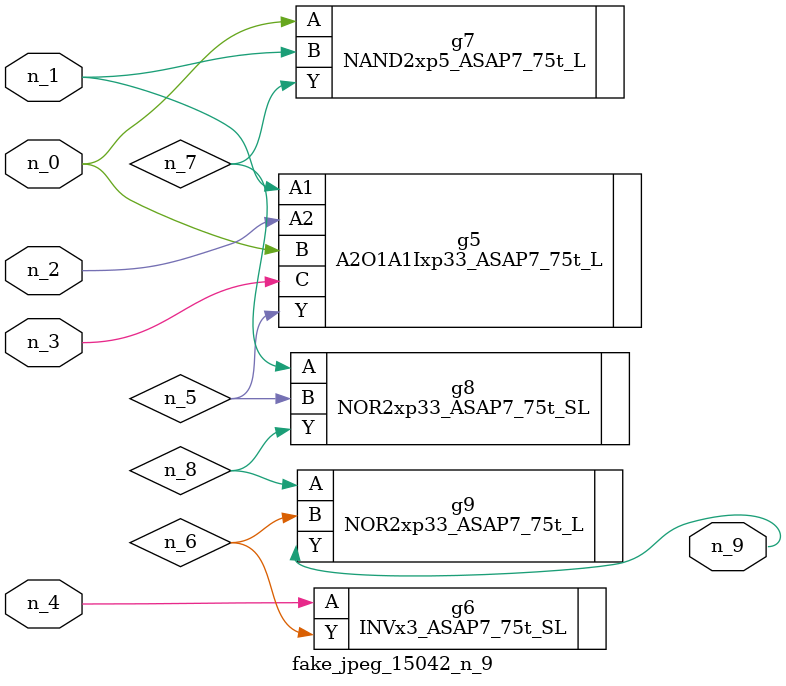
<source format=v>
module fake_jpeg_15042_n_9 (n_3, n_2, n_1, n_0, n_4, n_9);

input n_3;
input n_2;
input n_1;
input n_0;
input n_4;

output n_9;

wire n_8;
wire n_6;
wire n_5;
wire n_7;

A2O1A1Ixp33_ASAP7_75t_L g5 ( 
.A1(n_1),
.A2(n_2),
.B(n_0),
.C(n_3),
.Y(n_5)
);

INVx3_ASAP7_75t_SL g6 ( 
.A(n_4),
.Y(n_6)
);

NAND2xp5_ASAP7_75t_L g7 ( 
.A(n_0),
.B(n_1),
.Y(n_7)
);

NOR2xp33_ASAP7_75t_SL g8 ( 
.A(n_7),
.B(n_5),
.Y(n_8)
);

NOR2xp33_ASAP7_75t_L g9 ( 
.A(n_8),
.B(n_6),
.Y(n_9)
);


endmodule
</source>
